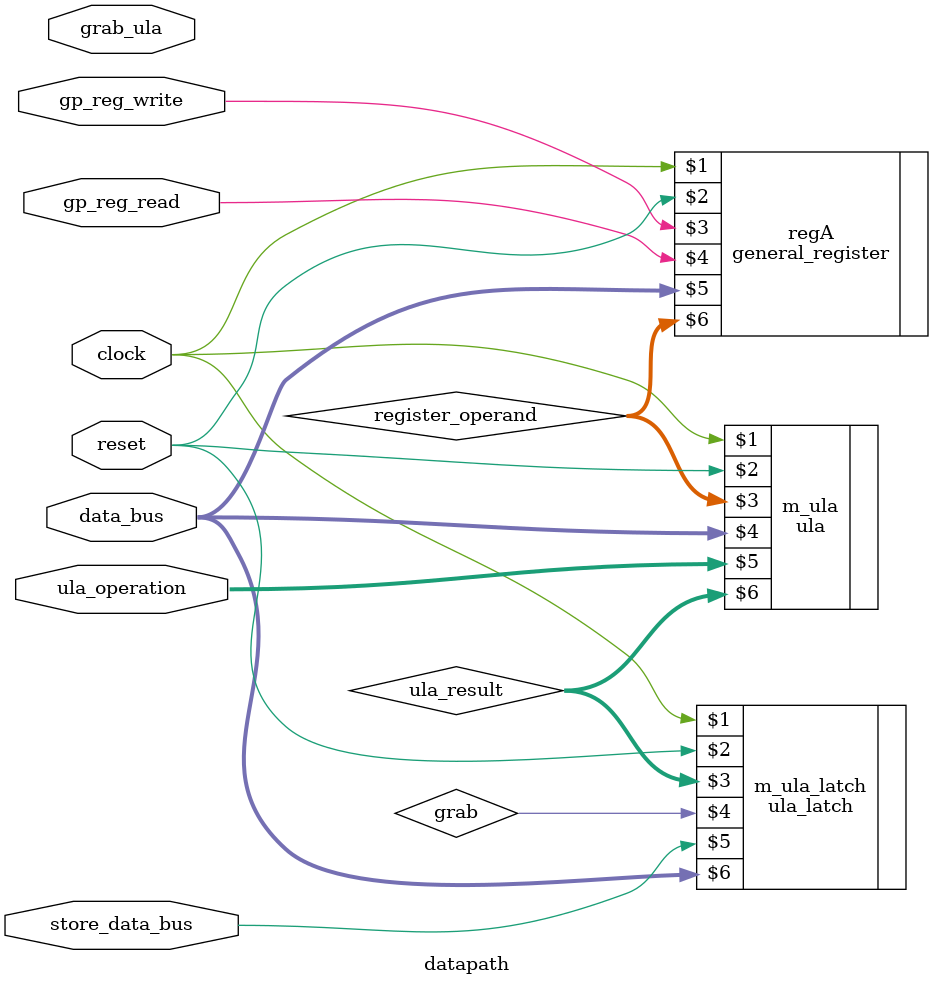
<source format=v>
/*
 * datapath.v
 * 
 */
 
module datapath(
	input clock,
	input reset,
	input gp_reg_read,
	input gp_reg_write,
	input grab_ula,
	input store_data_bus,
	input[3:0] ula_operation,
	inout[7:0] data_bus
);

wire[7:0]  register_operand;
wire[15:0] ula_result;
wire[11:0] BCDCODE;

Display disp(BCDCODE, HEX3, HEX2, HEX1, HEX0);

general_register regA(clock, reset, gp_reg_write, gp_reg_read, data_bus, register_operand); 

ula m_ula(clock, reset, register_operand, data_bus, ula_operation, ula_result);
ula_latch m_ula_latch(clock, reset, ula_result, grab, store_data_bus, data_bus);

assign BCDCODE =((ula_result%10)+(ula_result/10)*16+(ula_result/100)*256);

endmodule

</source>
